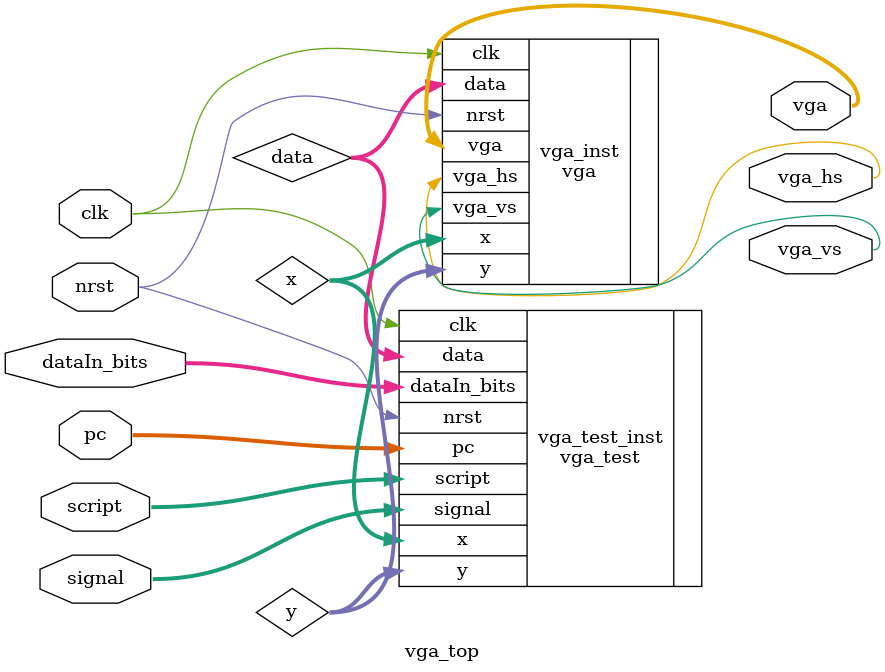
<source format=v>
module vga_top(
input 					clk,
input 					nrst,
input                   [7:0]dataIn_bits,
input [3:0]             signal,
input [7:0]             pc,
input [15:0]            script,
output 					[11:0]vga,
output 					vga_hs,
output 					vga_vs
);

wire [11:0] data;
wire [10:0] x;
wire [10:0] y;
wire clk_108M;
wire locked;
vga vga_inst( //vga¿ØÖÆÄ£¿é
	.clk(clk),
	.nrst(nrst),
	.data(data),//BGR
	.x(x),
	.y(y),
	.vga_hs(vga_hs),
	.vga_vs(vga_vs),
	.vga(vga)
);

vga_test vga_test_inst( //vgaÍ¼Ïñ´«ÊäÄ£¿é
	.clk(clk),
	.nrst(nrst),
	.signal(signal),
	.pc(pc),
	.script(script),
	.dataIn_bits(dataIn_bits),
	.x(x),
	.y(y),
	.data(data)
);

endmodule 

</source>
